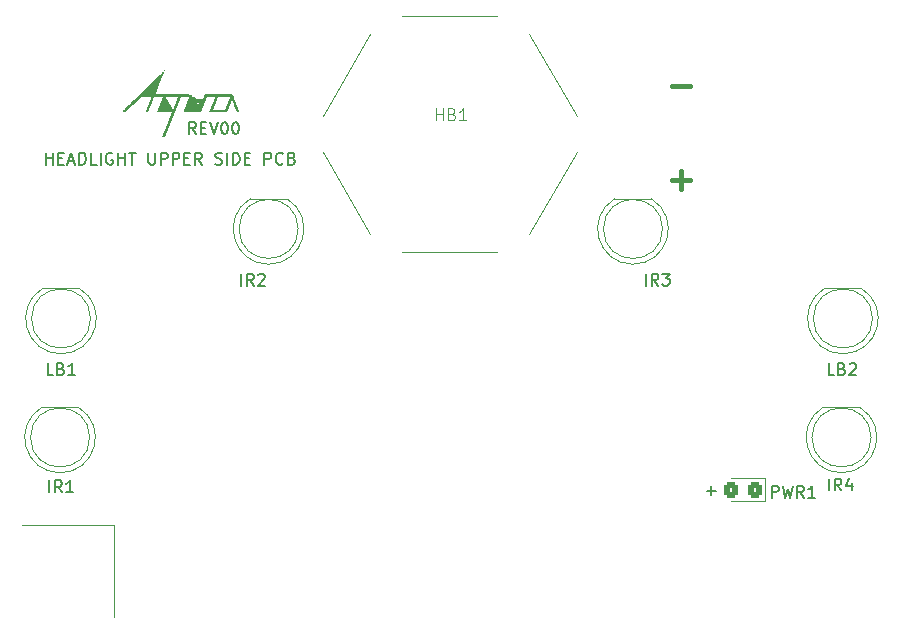
<source format=gbr>
%TF.GenerationSoftware,KiCad,Pcbnew,9.0.0*%
%TF.CreationDate,2025-06-18T11:31:42+09:00*%
%TF.ProjectId,headlight_upper_side,68656164-6c69-4676-9874-5f7570706572,00*%
%TF.SameCoordinates,Original*%
%TF.FileFunction,Legend,Top*%
%TF.FilePolarity,Positive*%
%FSLAX46Y46*%
G04 Gerber Fmt 4.6, Leading zero omitted, Abs format (unit mm)*
G04 Created by KiCad (PCBNEW 9.0.0) date 2025-06-18 11:31:42*
%MOMM*%
%LPD*%
G01*
G04 APERTURE LIST*
G04 Aperture macros list*
%AMRoundRect*
0 Rectangle with rounded corners*
0 $1 Rounding radius*
0 $2 $3 $4 $5 $6 $7 $8 $9 X,Y pos of 4 corners*
0 Add a 4 corners polygon primitive as box body*
4,1,4,$2,$3,$4,$5,$6,$7,$8,$9,$2,$3,0*
0 Add four circle primitives for the rounded corners*
1,1,$1+$1,$2,$3*
1,1,$1+$1,$4,$5*
1,1,$1+$1,$6,$7*
1,1,$1+$1,$8,$9*
0 Add four rect primitives between the rounded corners*
20,1,$1+$1,$2,$3,$4,$5,0*
20,1,$1+$1,$4,$5,$6,$7,0*
20,1,$1+$1,$6,$7,$8,$9,0*
20,1,$1+$1,$8,$9,$2,$3,0*%
G04 Aperture macros list end*
%ADD10C,0.100000*%
%ADD11C,0.150000*%
%ADD12C,0.187500*%
%ADD13C,0.400000*%
%ADD14C,0.120000*%
%ADD15C,0.000000*%
%ADD16R,1.800000X1.800000*%
%ADD17C,1.800000*%
%ADD18C,3.200000*%
%ADD19RoundRect,0.250000X0.325000X0.450000X-0.325000X0.450000X-0.325000X-0.450000X0.325000X-0.450000X0*%
%ADD20C,1.700000*%
%ADD21C,1.600000*%
%ADD22O,1.600000X1.600000*%
%ADD23R,1.700000X1.700000*%
%ADD24O,1.700000X1.700000*%
G04 APERTURE END LIST*
D10*
X33249999Y-67999999D02*
X25449999Y-67999999D01*
X33249999Y-75799999D02*
X33249999Y-67999999D01*
D11*
X27486778Y-37469818D02*
X27486778Y-36469818D01*
X27486778Y-36946008D02*
X28058206Y-36946008D01*
X28058206Y-37469818D02*
X28058206Y-36469818D01*
X28534397Y-36946008D02*
X28867730Y-36946008D01*
X29010587Y-37469818D02*
X28534397Y-37469818D01*
X28534397Y-37469818D02*
X28534397Y-36469818D01*
X28534397Y-36469818D02*
X29010587Y-36469818D01*
X29391540Y-37184103D02*
X29867730Y-37184103D01*
X29296302Y-37469818D02*
X29629635Y-36469818D01*
X29629635Y-36469818D02*
X29962968Y-37469818D01*
X30296302Y-37469818D02*
X30296302Y-36469818D01*
X30296302Y-36469818D02*
X30534397Y-36469818D01*
X30534397Y-36469818D02*
X30677254Y-36517437D01*
X30677254Y-36517437D02*
X30772492Y-36612675D01*
X30772492Y-36612675D02*
X30820111Y-36707913D01*
X30820111Y-36707913D02*
X30867730Y-36898389D01*
X30867730Y-36898389D02*
X30867730Y-37041246D01*
X30867730Y-37041246D02*
X30820111Y-37231722D01*
X30820111Y-37231722D02*
X30772492Y-37326960D01*
X30772492Y-37326960D02*
X30677254Y-37422199D01*
X30677254Y-37422199D02*
X30534397Y-37469818D01*
X30534397Y-37469818D02*
X30296302Y-37469818D01*
X31772492Y-37469818D02*
X31296302Y-37469818D01*
X31296302Y-37469818D02*
X31296302Y-36469818D01*
X32105826Y-37469818D02*
X32105826Y-36469818D01*
X33105825Y-36517437D02*
X33010587Y-36469818D01*
X33010587Y-36469818D02*
X32867730Y-36469818D01*
X32867730Y-36469818D02*
X32724873Y-36517437D01*
X32724873Y-36517437D02*
X32629635Y-36612675D01*
X32629635Y-36612675D02*
X32582016Y-36707913D01*
X32582016Y-36707913D02*
X32534397Y-36898389D01*
X32534397Y-36898389D02*
X32534397Y-37041246D01*
X32534397Y-37041246D02*
X32582016Y-37231722D01*
X32582016Y-37231722D02*
X32629635Y-37326960D01*
X32629635Y-37326960D02*
X32724873Y-37422199D01*
X32724873Y-37422199D02*
X32867730Y-37469818D01*
X32867730Y-37469818D02*
X32962968Y-37469818D01*
X32962968Y-37469818D02*
X33105825Y-37422199D01*
X33105825Y-37422199D02*
X33153444Y-37374579D01*
X33153444Y-37374579D02*
X33153444Y-37041246D01*
X33153444Y-37041246D02*
X32962968Y-37041246D01*
X33582016Y-37469818D02*
X33582016Y-36469818D01*
X33582016Y-36946008D02*
X34153444Y-36946008D01*
X34153444Y-37469818D02*
X34153444Y-36469818D01*
X34486778Y-36469818D02*
X35058206Y-36469818D01*
X34772492Y-37469818D02*
X34772492Y-36469818D01*
X36153445Y-36469818D02*
X36153445Y-37279341D01*
X36153445Y-37279341D02*
X36201064Y-37374579D01*
X36201064Y-37374579D02*
X36248683Y-37422199D01*
X36248683Y-37422199D02*
X36343921Y-37469818D01*
X36343921Y-37469818D02*
X36534397Y-37469818D01*
X36534397Y-37469818D02*
X36629635Y-37422199D01*
X36629635Y-37422199D02*
X36677254Y-37374579D01*
X36677254Y-37374579D02*
X36724873Y-37279341D01*
X36724873Y-37279341D02*
X36724873Y-36469818D01*
X37201064Y-37469818D02*
X37201064Y-36469818D01*
X37201064Y-36469818D02*
X37582016Y-36469818D01*
X37582016Y-36469818D02*
X37677254Y-36517437D01*
X37677254Y-36517437D02*
X37724873Y-36565056D01*
X37724873Y-36565056D02*
X37772492Y-36660294D01*
X37772492Y-36660294D02*
X37772492Y-36803151D01*
X37772492Y-36803151D02*
X37724873Y-36898389D01*
X37724873Y-36898389D02*
X37677254Y-36946008D01*
X37677254Y-36946008D02*
X37582016Y-36993627D01*
X37582016Y-36993627D02*
X37201064Y-36993627D01*
X38201064Y-37469818D02*
X38201064Y-36469818D01*
X38201064Y-36469818D02*
X38582016Y-36469818D01*
X38582016Y-36469818D02*
X38677254Y-36517437D01*
X38677254Y-36517437D02*
X38724873Y-36565056D01*
X38724873Y-36565056D02*
X38772492Y-36660294D01*
X38772492Y-36660294D02*
X38772492Y-36803151D01*
X38772492Y-36803151D02*
X38724873Y-36898389D01*
X38724873Y-36898389D02*
X38677254Y-36946008D01*
X38677254Y-36946008D02*
X38582016Y-36993627D01*
X38582016Y-36993627D02*
X38201064Y-36993627D01*
X39201064Y-36946008D02*
X39534397Y-36946008D01*
X39677254Y-37469818D02*
X39201064Y-37469818D01*
X39201064Y-37469818D02*
X39201064Y-36469818D01*
X39201064Y-36469818D02*
X39677254Y-36469818D01*
X40677254Y-37469818D02*
X40343921Y-36993627D01*
X40105826Y-37469818D02*
X40105826Y-36469818D01*
X40105826Y-36469818D02*
X40486778Y-36469818D01*
X40486778Y-36469818D02*
X40582016Y-36517437D01*
X40582016Y-36517437D02*
X40629635Y-36565056D01*
X40629635Y-36565056D02*
X40677254Y-36660294D01*
X40677254Y-36660294D02*
X40677254Y-36803151D01*
X40677254Y-36803151D02*
X40629635Y-36898389D01*
X40629635Y-36898389D02*
X40582016Y-36946008D01*
X40582016Y-36946008D02*
X40486778Y-36993627D01*
X40486778Y-36993627D02*
X40105826Y-36993627D01*
X41820112Y-37422199D02*
X41962969Y-37469818D01*
X41962969Y-37469818D02*
X42201064Y-37469818D01*
X42201064Y-37469818D02*
X42296302Y-37422199D01*
X42296302Y-37422199D02*
X42343921Y-37374579D01*
X42343921Y-37374579D02*
X42391540Y-37279341D01*
X42391540Y-37279341D02*
X42391540Y-37184103D01*
X42391540Y-37184103D02*
X42343921Y-37088865D01*
X42343921Y-37088865D02*
X42296302Y-37041246D01*
X42296302Y-37041246D02*
X42201064Y-36993627D01*
X42201064Y-36993627D02*
X42010588Y-36946008D01*
X42010588Y-36946008D02*
X41915350Y-36898389D01*
X41915350Y-36898389D02*
X41867731Y-36850770D01*
X41867731Y-36850770D02*
X41820112Y-36755532D01*
X41820112Y-36755532D02*
X41820112Y-36660294D01*
X41820112Y-36660294D02*
X41867731Y-36565056D01*
X41867731Y-36565056D02*
X41915350Y-36517437D01*
X41915350Y-36517437D02*
X42010588Y-36469818D01*
X42010588Y-36469818D02*
X42248683Y-36469818D01*
X42248683Y-36469818D02*
X42391540Y-36517437D01*
X42820112Y-37469818D02*
X42820112Y-36469818D01*
X43296302Y-37469818D02*
X43296302Y-36469818D01*
X43296302Y-36469818D02*
X43534397Y-36469818D01*
X43534397Y-36469818D02*
X43677254Y-36517437D01*
X43677254Y-36517437D02*
X43772492Y-36612675D01*
X43772492Y-36612675D02*
X43820111Y-36707913D01*
X43820111Y-36707913D02*
X43867730Y-36898389D01*
X43867730Y-36898389D02*
X43867730Y-37041246D01*
X43867730Y-37041246D02*
X43820111Y-37231722D01*
X43820111Y-37231722D02*
X43772492Y-37326960D01*
X43772492Y-37326960D02*
X43677254Y-37422199D01*
X43677254Y-37422199D02*
X43534397Y-37469818D01*
X43534397Y-37469818D02*
X43296302Y-37469818D01*
X44296302Y-36946008D02*
X44629635Y-36946008D01*
X44772492Y-37469818D02*
X44296302Y-37469818D01*
X44296302Y-37469818D02*
X44296302Y-36469818D01*
X44296302Y-36469818D02*
X44772492Y-36469818D01*
X45962969Y-37469818D02*
X45962969Y-36469818D01*
X45962969Y-36469818D02*
X46343921Y-36469818D01*
X46343921Y-36469818D02*
X46439159Y-36517437D01*
X46439159Y-36517437D02*
X46486778Y-36565056D01*
X46486778Y-36565056D02*
X46534397Y-36660294D01*
X46534397Y-36660294D02*
X46534397Y-36803151D01*
X46534397Y-36803151D02*
X46486778Y-36898389D01*
X46486778Y-36898389D02*
X46439159Y-36946008D01*
X46439159Y-36946008D02*
X46343921Y-36993627D01*
X46343921Y-36993627D02*
X45962969Y-36993627D01*
X47534397Y-37374579D02*
X47486778Y-37422199D01*
X47486778Y-37422199D02*
X47343921Y-37469818D01*
X47343921Y-37469818D02*
X47248683Y-37469818D01*
X47248683Y-37469818D02*
X47105826Y-37422199D01*
X47105826Y-37422199D02*
X47010588Y-37326960D01*
X47010588Y-37326960D02*
X46962969Y-37231722D01*
X46962969Y-37231722D02*
X46915350Y-37041246D01*
X46915350Y-37041246D02*
X46915350Y-36898389D01*
X46915350Y-36898389D02*
X46962969Y-36707913D01*
X46962969Y-36707913D02*
X47010588Y-36612675D01*
X47010588Y-36612675D02*
X47105826Y-36517437D01*
X47105826Y-36517437D02*
X47248683Y-36469818D01*
X47248683Y-36469818D02*
X47343921Y-36469818D01*
X47343921Y-36469818D02*
X47486778Y-36517437D01*
X47486778Y-36517437D02*
X47534397Y-36565056D01*
X48296302Y-36946008D02*
X48439159Y-36993627D01*
X48439159Y-36993627D02*
X48486778Y-37041246D01*
X48486778Y-37041246D02*
X48534397Y-37136484D01*
X48534397Y-37136484D02*
X48534397Y-37279341D01*
X48534397Y-37279341D02*
X48486778Y-37374579D01*
X48486778Y-37374579D02*
X48439159Y-37422199D01*
X48439159Y-37422199D02*
X48343921Y-37469818D01*
X48343921Y-37469818D02*
X47962969Y-37469818D01*
X47962969Y-37469818D02*
X47962969Y-36469818D01*
X47962969Y-36469818D02*
X48296302Y-36469818D01*
X48296302Y-36469818D02*
X48391540Y-36517437D01*
X48391540Y-36517437D02*
X48439159Y-36565056D01*
X48439159Y-36565056D02*
X48486778Y-36660294D01*
X48486778Y-36660294D02*
X48486778Y-36755532D01*
X48486778Y-36755532D02*
X48439159Y-36850770D01*
X48439159Y-36850770D02*
X48391540Y-36898389D01*
X48391540Y-36898389D02*
X48296302Y-36946008D01*
X48296302Y-36946008D02*
X47962969Y-36946008D01*
X40158206Y-34869818D02*
X39824873Y-34393627D01*
X39586778Y-34869818D02*
X39586778Y-33869818D01*
X39586778Y-33869818D02*
X39967730Y-33869818D01*
X39967730Y-33869818D02*
X40062968Y-33917437D01*
X40062968Y-33917437D02*
X40110587Y-33965056D01*
X40110587Y-33965056D02*
X40158206Y-34060294D01*
X40158206Y-34060294D02*
X40158206Y-34203151D01*
X40158206Y-34203151D02*
X40110587Y-34298389D01*
X40110587Y-34298389D02*
X40062968Y-34346008D01*
X40062968Y-34346008D02*
X39967730Y-34393627D01*
X39967730Y-34393627D02*
X39586778Y-34393627D01*
X40586778Y-34346008D02*
X40920111Y-34346008D01*
X41062968Y-34869818D02*
X40586778Y-34869818D01*
X40586778Y-34869818D02*
X40586778Y-33869818D01*
X40586778Y-33869818D02*
X41062968Y-33869818D01*
X41348683Y-33869818D02*
X41682016Y-34869818D01*
X41682016Y-34869818D02*
X42015349Y-33869818D01*
X42539159Y-33869818D02*
X42634397Y-33869818D01*
X42634397Y-33869818D02*
X42729635Y-33917437D01*
X42729635Y-33917437D02*
X42777254Y-33965056D01*
X42777254Y-33965056D02*
X42824873Y-34060294D01*
X42824873Y-34060294D02*
X42872492Y-34250770D01*
X42872492Y-34250770D02*
X42872492Y-34488865D01*
X42872492Y-34488865D02*
X42824873Y-34679341D01*
X42824873Y-34679341D02*
X42777254Y-34774579D01*
X42777254Y-34774579D02*
X42729635Y-34822199D01*
X42729635Y-34822199D02*
X42634397Y-34869818D01*
X42634397Y-34869818D02*
X42539159Y-34869818D01*
X42539159Y-34869818D02*
X42443921Y-34822199D01*
X42443921Y-34822199D02*
X42396302Y-34774579D01*
X42396302Y-34774579D02*
X42348683Y-34679341D01*
X42348683Y-34679341D02*
X42301064Y-34488865D01*
X42301064Y-34488865D02*
X42301064Y-34250770D01*
X42301064Y-34250770D02*
X42348683Y-34060294D01*
X42348683Y-34060294D02*
X42396302Y-33965056D01*
X42396302Y-33965056D02*
X42443921Y-33917437D01*
X42443921Y-33917437D02*
X42539159Y-33869818D01*
X43491540Y-33869818D02*
X43586778Y-33869818D01*
X43586778Y-33869818D02*
X43682016Y-33917437D01*
X43682016Y-33917437D02*
X43729635Y-33965056D01*
X43729635Y-33965056D02*
X43777254Y-34060294D01*
X43777254Y-34060294D02*
X43824873Y-34250770D01*
X43824873Y-34250770D02*
X43824873Y-34488865D01*
X43824873Y-34488865D02*
X43777254Y-34679341D01*
X43777254Y-34679341D02*
X43729635Y-34774579D01*
X43729635Y-34774579D02*
X43682016Y-34822199D01*
X43682016Y-34822199D02*
X43586778Y-34869818D01*
X43586778Y-34869818D02*
X43491540Y-34869818D01*
X43491540Y-34869818D02*
X43396302Y-34822199D01*
X43396302Y-34822199D02*
X43348683Y-34774579D01*
X43348683Y-34774579D02*
X43301064Y-34679341D01*
X43301064Y-34679341D02*
X43253445Y-34488865D01*
X43253445Y-34488865D02*
X43253445Y-34250770D01*
X43253445Y-34250770D02*
X43301064Y-34060294D01*
X43301064Y-34060294D02*
X43348683Y-33965056D01*
X43348683Y-33965056D02*
X43396302Y-33917437D01*
X43396302Y-33917437D02*
X43491540Y-33869818D01*
D12*
X84188548Y-65086915D02*
X83426644Y-65086915D01*
X83807596Y-65467868D02*
X83807596Y-64705963D01*
D11*
X93773809Y-65054818D02*
X93773809Y-64054818D01*
X94821427Y-65054818D02*
X94488094Y-64578627D01*
X94249999Y-65054818D02*
X94249999Y-64054818D01*
X94249999Y-64054818D02*
X94630951Y-64054818D01*
X94630951Y-64054818D02*
X94726189Y-64102437D01*
X94726189Y-64102437D02*
X94773808Y-64150056D01*
X94773808Y-64150056D02*
X94821427Y-64245294D01*
X94821427Y-64245294D02*
X94821427Y-64388151D01*
X94821427Y-64388151D02*
X94773808Y-64483389D01*
X94773808Y-64483389D02*
X94726189Y-64531008D01*
X94726189Y-64531008D02*
X94630951Y-64578627D01*
X94630951Y-64578627D02*
X94249999Y-64578627D01*
X95678570Y-64388151D02*
X95678570Y-65054818D01*
X95440475Y-64007199D02*
X95202380Y-64721484D01*
X95202380Y-64721484D02*
X95821427Y-64721484D01*
X28083332Y-55264216D02*
X27607142Y-55264216D01*
X27607142Y-55264216D02*
X27607142Y-54264216D01*
X28749999Y-54740406D02*
X28892856Y-54788025D01*
X28892856Y-54788025D02*
X28940475Y-54835644D01*
X28940475Y-54835644D02*
X28988094Y-54930882D01*
X28988094Y-54930882D02*
X28988094Y-55073739D01*
X28988094Y-55073739D02*
X28940475Y-55168977D01*
X28940475Y-55168977D02*
X28892856Y-55216597D01*
X28892856Y-55216597D02*
X28797618Y-55264216D01*
X28797618Y-55264216D02*
X28416666Y-55264216D01*
X28416666Y-55264216D02*
X28416666Y-54264216D01*
X28416666Y-54264216D02*
X28749999Y-54264216D01*
X28749999Y-54264216D02*
X28845237Y-54311835D01*
X28845237Y-54311835D02*
X28892856Y-54359454D01*
X28892856Y-54359454D02*
X28940475Y-54454692D01*
X28940475Y-54454692D02*
X28940475Y-54549930D01*
X28940475Y-54549930D02*
X28892856Y-54645168D01*
X28892856Y-54645168D02*
X28845237Y-54692787D01*
X28845237Y-54692787D02*
X28749999Y-54740406D01*
X28749999Y-54740406D02*
X28416666Y-54740406D01*
X29940475Y-55264216D02*
X29369047Y-55264216D01*
X29654761Y-55264216D02*
X29654761Y-54264216D01*
X29654761Y-54264216D02*
X29559523Y-54407073D01*
X29559523Y-54407073D02*
X29464285Y-54502311D01*
X29464285Y-54502311D02*
X29369047Y-54549930D01*
X27773809Y-65204818D02*
X27773809Y-64204818D01*
X28821427Y-65204818D02*
X28488094Y-64728627D01*
X28249999Y-65204818D02*
X28249999Y-64204818D01*
X28249999Y-64204818D02*
X28630951Y-64204818D01*
X28630951Y-64204818D02*
X28726189Y-64252437D01*
X28726189Y-64252437D02*
X28773808Y-64300056D01*
X28773808Y-64300056D02*
X28821427Y-64395294D01*
X28821427Y-64395294D02*
X28821427Y-64538151D01*
X28821427Y-64538151D02*
X28773808Y-64633389D01*
X28773808Y-64633389D02*
X28726189Y-64681008D01*
X28726189Y-64681008D02*
X28630951Y-64728627D01*
X28630951Y-64728627D02*
X28249999Y-64728627D01*
X29773808Y-65204818D02*
X29202380Y-65204818D01*
X29488094Y-65204818D02*
X29488094Y-64204818D01*
X29488094Y-64204818D02*
X29392856Y-64347675D01*
X29392856Y-64347675D02*
X29297618Y-64442913D01*
X29297618Y-64442913D02*
X29202380Y-64490532D01*
X94223934Y-55264216D02*
X93747744Y-55264216D01*
X93747744Y-55264216D02*
X93747744Y-54264216D01*
X94890601Y-54740406D02*
X95033458Y-54788025D01*
X95033458Y-54788025D02*
X95081077Y-54835644D01*
X95081077Y-54835644D02*
X95128696Y-54930882D01*
X95128696Y-54930882D02*
X95128696Y-55073739D01*
X95128696Y-55073739D02*
X95081077Y-55168977D01*
X95081077Y-55168977D02*
X95033458Y-55216597D01*
X95033458Y-55216597D02*
X94938220Y-55264216D01*
X94938220Y-55264216D02*
X94557268Y-55264216D01*
X94557268Y-55264216D02*
X94557268Y-54264216D01*
X94557268Y-54264216D02*
X94890601Y-54264216D01*
X94890601Y-54264216D02*
X94985839Y-54311835D01*
X94985839Y-54311835D02*
X95033458Y-54359454D01*
X95033458Y-54359454D02*
X95081077Y-54454692D01*
X95081077Y-54454692D02*
X95081077Y-54549930D01*
X95081077Y-54549930D02*
X95033458Y-54645168D01*
X95033458Y-54645168D02*
X94985839Y-54692787D01*
X94985839Y-54692787D02*
X94890601Y-54740406D01*
X94890601Y-54740406D02*
X94557268Y-54740406D01*
X95509649Y-54359454D02*
X95557268Y-54311835D01*
X95557268Y-54311835D02*
X95652506Y-54264216D01*
X95652506Y-54264216D02*
X95890601Y-54264216D01*
X95890601Y-54264216D02*
X95985839Y-54311835D01*
X95985839Y-54311835D02*
X96033458Y-54359454D01*
X96033458Y-54359454D02*
X96081077Y-54454692D01*
X96081077Y-54454692D02*
X96081077Y-54549930D01*
X96081077Y-54549930D02*
X96033458Y-54692787D01*
X96033458Y-54692787D02*
X95462030Y-55264216D01*
X95462030Y-55264216D02*
X96081077Y-55264216D01*
X88940475Y-65654818D02*
X88940475Y-64654818D01*
X88940475Y-64654818D02*
X89321427Y-64654818D01*
X89321427Y-64654818D02*
X89416665Y-64702437D01*
X89416665Y-64702437D02*
X89464284Y-64750056D01*
X89464284Y-64750056D02*
X89511903Y-64845294D01*
X89511903Y-64845294D02*
X89511903Y-64988151D01*
X89511903Y-64988151D02*
X89464284Y-65083389D01*
X89464284Y-65083389D02*
X89416665Y-65131008D01*
X89416665Y-65131008D02*
X89321427Y-65178627D01*
X89321427Y-65178627D02*
X88940475Y-65178627D01*
X89845237Y-64654818D02*
X90083332Y-65654818D01*
X90083332Y-65654818D02*
X90273808Y-64940532D01*
X90273808Y-64940532D02*
X90464284Y-65654818D01*
X90464284Y-65654818D02*
X90702380Y-64654818D01*
X91654760Y-65654818D02*
X91321427Y-65178627D01*
X91083332Y-65654818D02*
X91083332Y-64654818D01*
X91083332Y-64654818D02*
X91464284Y-64654818D01*
X91464284Y-64654818D02*
X91559522Y-64702437D01*
X91559522Y-64702437D02*
X91607141Y-64750056D01*
X91607141Y-64750056D02*
X91654760Y-64845294D01*
X91654760Y-64845294D02*
X91654760Y-64988151D01*
X91654760Y-64988151D02*
X91607141Y-65083389D01*
X91607141Y-65083389D02*
X91559522Y-65131008D01*
X91559522Y-65131008D02*
X91464284Y-65178627D01*
X91464284Y-65178627D02*
X91083332Y-65178627D01*
X92607141Y-65654818D02*
X92035713Y-65654818D01*
X92321427Y-65654818D02*
X92321427Y-64654818D01*
X92321427Y-64654818D02*
X92226189Y-64797675D01*
X92226189Y-64797675D02*
X92130951Y-64892913D01*
X92130951Y-64892913D02*
X92035713Y-64940532D01*
X78273809Y-47704818D02*
X78273809Y-46704818D01*
X79321427Y-47704818D02*
X78988094Y-47228627D01*
X78749999Y-47704818D02*
X78749999Y-46704818D01*
X78749999Y-46704818D02*
X79130951Y-46704818D01*
X79130951Y-46704818D02*
X79226189Y-46752437D01*
X79226189Y-46752437D02*
X79273808Y-46800056D01*
X79273808Y-46800056D02*
X79321427Y-46895294D01*
X79321427Y-46895294D02*
X79321427Y-47038151D01*
X79321427Y-47038151D02*
X79273808Y-47133389D01*
X79273808Y-47133389D02*
X79226189Y-47181008D01*
X79226189Y-47181008D02*
X79130951Y-47228627D01*
X79130951Y-47228627D02*
X78749999Y-47228627D01*
X79654761Y-46704818D02*
X80273808Y-46704818D01*
X80273808Y-46704818D02*
X79940475Y-47085770D01*
X79940475Y-47085770D02*
X80083332Y-47085770D01*
X80083332Y-47085770D02*
X80178570Y-47133389D01*
X80178570Y-47133389D02*
X80226189Y-47181008D01*
X80226189Y-47181008D02*
X80273808Y-47276246D01*
X80273808Y-47276246D02*
X80273808Y-47514341D01*
X80273808Y-47514341D02*
X80226189Y-47609579D01*
X80226189Y-47609579D02*
X80178570Y-47657199D01*
X80178570Y-47657199D02*
X80083332Y-47704818D01*
X80083332Y-47704818D02*
X79797618Y-47704818D01*
X79797618Y-47704818D02*
X79702380Y-47657199D01*
X79702380Y-47657199D02*
X79654761Y-47609579D01*
D10*
X60488094Y-33707418D02*
X60488094Y-32707418D01*
X60488094Y-33183608D02*
X61059522Y-33183608D01*
X61059522Y-33707418D02*
X61059522Y-32707418D01*
X61869046Y-33183608D02*
X62011903Y-33231227D01*
X62011903Y-33231227D02*
X62059522Y-33278846D01*
X62059522Y-33278846D02*
X62107141Y-33374084D01*
X62107141Y-33374084D02*
X62107141Y-33516941D01*
X62107141Y-33516941D02*
X62059522Y-33612179D01*
X62059522Y-33612179D02*
X62011903Y-33659799D01*
X62011903Y-33659799D02*
X61916665Y-33707418D01*
X61916665Y-33707418D02*
X61535713Y-33707418D01*
X61535713Y-33707418D02*
X61535713Y-32707418D01*
X61535713Y-32707418D02*
X61869046Y-32707418D01*
X61869046Y-32707418D02*
X61964284Y-32755037D01*
X61964284Y-32755037D02*
X62011903Y-32802656D01*
X62011903Y-32802656D02*
X62059522Y-32897894D01*
X62059522Y-32897894D02*
X62059522Y-32993132D01*
X62059522Y-32993132D02*
X62011903Y-33088370D01*
X62011903Y-33088370D02*
X61964284Y-33135989D01*
X61964284Y-33135989D02*
X61869046Y-33183608D01*
X61869046Y-33183608D02*
X61535713Y-33183608D01*
X63059522Y-33707418D02*
X62488094Y-33707418D01*
X62773808Y-33707418D02*
X62773808Y-32707418D01*
X62773808Y-32707418D02*
X62678570Y-32850275D01*
X62678570Y-32850275D02*
X62583332Y-32945513D01*
X62583332Y-32945513D02*
X62488094Y-32993132D01*
D13*
X82010651Y-30835224D02*
X80486842Y-30835224D01*
X81277465Y-38047105D02*
X81277465Y-39570915D01*
X80515560Y-38809010D02*
X82039370Y-38809010D01*
D11*
X44023809Y-47704818D02*
X44023809Y-46704818D01*
X45071427Y-47704818D02*
X44738094Y-47228627D01*
X44499999Y-47704818D02*
X44499999Y-46704818D01*
X44499999Y-46704818D02*
X44880951Y-46704818D01*
X44880951Y-46704818D02*
X44976189Y-46752437D01*
X44976189Y-46752437D02*
X45023808Y-46800056D01*
X45023808Y-46800056D02*
X45071427Y-46895294D01*
X45071427Y-46895294D02*
X45071427Y-47038151D01*
X45071427Y-47038151D02*
X45023808Y-47133389D01*
X45023808Y-47133389D02*
X44976189Y-47181008D01*
X44976189Y-47181008D02*
X44880951Y-47228627D01*
X44880951Y-47228627D02*
X44499999Y-47228627D01*
X45452380Y-46800056D02*
X45499999Y-46752437D01*
X45499999Y-46752437D02*
X45595237Y-46704818D01*
X45595237Y-46704818D02*
X45833332Y-46704818D01*
X45833332Y-46704818D02*
X45928570Y-46752437D01*
X45928570Y-46752437D02*
X45976189Y-46800056D01*
X45976189Y-46800056D02*
X46023808Y-46895294D01*
X46023808Y-46895294D02*
X46023808Y-46990532D01*
X46023808Y-46990532D02*
X45976189Y-47133389D01*
X45976189Y-47133389D02*
X45404761Y-47704818D01*
X45404761Y-47704818D02*
X46023808Y-47704818D01*
D14*
%TO.C,IR4*%
X96375233Y-58009432D02*
X93285233Y-58009432D01*
X94830185Y-63559432D02*
G75*
G02*
X93285403Y-58009432I48J2990000D01*
G01*
X96375063Y-58009432D02*
G75*
G02*
X94830281Y-63559432I-1544830J-2560000D01*
G01*
X97330233Y-60569432D02*
G75*
G02*
X92330233Y-60569432I-2500000J0D01*
G01*
X92330233Y-60569432D02*
G75*
G02*
X97330233Y-60569432I2500000J0D01*
G01*
%TO.C,LB1*%
X30294999Y-47934999D02*
X27204999Y-47934999D01*
X28749951Y-53484999D02*
G75*
G02*
X27205169Y-47934999I48J2990000D01*
G01*
X30294829Y-47934999D02*
G75*
G02*
X28750047Y-53484999I-1544830J-2560000D01*
G01*
X31249999Y-50494999D02*
G75*
G02*
X26249999Y-50494999I-2500000J0D01*
G01*
X26249999Y-50494999D02*
G75*
G02*
X31249999Y-50494999I2500000J0D01*
G01*
%TO.C,IR1*%
X30214765Y-58009432D02*
X27124765Y-58009432D01*
X28669717Y-63559432D02*
G75*
G02*
X27124935Y-58009432I48J2990000D01*
G01*
X30214595Y-58009432D02*
G75*
G02*
X28669813Y-63559432I-1544830J-2560000D01*
G01*
X31169765Y-60569432D02*
G75*
G02*
X26169765Y-60569432I-2500000J0D01*
G01*
X26169765Y-60569432D02*
G75*
G02*
X31169765Y-60569432I2500000J0D01*
G01*
%TO.C,LB2*%
X96494999Y-47934999D02*
X93404999Y-47934999D01*
X94949951Y-53484999D02*
G75*
G02*
X93405169Y-47934999I48J2990000D01*
G01*
X96494829Y-47934999D02*
G75*
G02*
X94950047Y-53484999I-1544830J-2560000D01*
G01*
X97449999Y-50494999D02*
G75*
G02*
X92449999Y-50494999I-2500000J0D01*
G01*
X92449999Y-50494999D02*
G75*
G02*
X97449999Y-50494999I2500000J0D01*
G01*
%TO.C,PWR1*%
X85499999Y-65959999D02*
X88359999Y-65959999D01*
X88359999Y-64039999D02*
X85499999Y-64039999D01*
X88359999Y-65959999D02*
X88359999Y-64039999D01*
D15*
%TO.C,G\u002A\u002A\u002A*%
G36*
X37522885Y-29481630D02*
G01*
X37513002Y-29508709D01*
X37496736Y-29552019D01*
X37474549Y-29610360D01*
X37446904Y-29682536D01*
X37414262Y-29767348D01*
X37377085Y-29863599D01*
X37335836Y-29970089D01*
X37290976Y-30085623D01*
X37242968Y-30209001D01*
X37192273Y-30339026D01*
X37139355Y-30474499D01*
X37131211Y-30495325D01*
X37077979Y-30631593D01*
X37026902Y-30762649D01*
X36978444Y-30887291D01*
X36933067Y-31004315D01*
X36891232Y-31112517D01*
X36853404Y-31210695D01*
X36820044Y-31297645D01*
X36791616Y-31372164D01*
X36768580Y-31433048D01*
X36751401Y-31479095D01*
X36740541Y-31509101D01*
X36736462Y-31521863D01*
X36736462Y-31522212D01*
X36746731Y-31523049D01*
X36775939Y-31523859D01*
X36823017Y-31524638D01*
X36886894Y-31525381D01*
X36966503Y-31526083D01*
X37060773Y-31526738D01*
X37168635Y-31527341D01*
X37289021Y-31527888D01*
X37420860Y-31528373D01*
X37563084Y-31528792D01*
X37714623Y-31529139D01*
X37874409Y-31529409D01*
X38041371Y-31529597D01*
X38214441Y-31529698D01*
X38320419Y-31529715D01*
X38496559Y-31529764D01*
X38667186Y-31529909D01*
X38831236Y-31530143D01*
X38987642Y-31530462D01*
X39135339Y-31530860D01*
X39273262Y-31531331D01*
X39400344Y-31531871D01*
X39515520Y-31532474D01*
X39617723Y-31533135D01*
X39705890Y-31533848D01*
X39778953Y-31534608D01*
X39835846Y-31535410D01*
X39875505Y-31536248D01*
X39896864Y-31537116D01*
X39900451Y-31537652D01*
X39896914Y-31549529D01*
X39887279Y-31576018D01*
X39873016Y-31613210D01*
X39855591Y-31657193D01*
X39855434Y-31657585D01*
X39837993Y-31701573D01*
X39823699Y-31738764D01*
X39814018Y-31765261D01*
X39810416Y-31777167D01*
X39810416Y-31777198D01*
X39819722Y-31780393D01*
X39844851Y-31783004D01*
X39881621Y-31784706D01*
X39912956Y-31785184D01*
X40015497Y-31785553D01*
X40140546Y-31847440D01*
X40228713Y-31888235D01*
X40306763Y-31917446D01*
X40379933Y-31936316D01*
X40453462Y-31946087D01*
X40532588Y-31948003D01*
X40560711Y-31947128D01*
X40640187Y-31941302D01*
X40701472Y-31931225D01*
X40730778Y-31922816D01*
X40785800Y-31903374D01*
X40859976Y-31716545D01*
X40934153Y-31529715D01*
X42154056Y-31529715D01*
X42335812Y-31529725D01*
X42498596Y-31529767D01*
X42643441Y-31529855D01*
X42771384Y-31530005D01*
X42883458Y-31530230D01*
X42980699Y-31530546D01*
X43064143Y-31530968D01*
X43134822Y-31531511D01*
X43193774Y-31532189D01*
X43242033Y-31533019D01*
X43280633Y-31534014D01*
X43310609Y-31535189D01*
X43332997Y-31536561D01*
X43348832Y-31538142D01*
X43359148Y-31539949D01*
X43364980Y-31541996D01*
X43367364Y-31544299D01*
X43367334Y-31546872D01*
X43367209Y-31547222D01*
X43360459Y-31568069D01*
X43352256Y-31597614D01*
X43350434Y-31604744D01*
X43348771Y-31612939D01*
X43348169Y-31622160D01*
X43349102Y-31633743D01*
X43352047Y-31649019D01*
X43357477Y-31669321D01*
X43365868Y-31695981D01*
X43377694Y-31730334D01*
X43393432Y-31773711D01*
X43413555Y-31827445D01*
X43438539Y-31892869D01*
X43468859Y-31971316D01*
X43504990Y-32064119D01*
X43547406Y-32172610D01*
X43596583Y-32298122D01*
X43607131Y-32325028D01*
X43650704Y-32436152D01*
X43692206Y-32541976D01*
X43731048Y-32641003D01*
X43766645Y-32731739D01*
X43798408Y-32812687D01*
X43825752Y-32882350D01*
X43848088Y-32939234D01*
X43864830Y-32981842D01*
X43875390Y-33008678D01*
X43879132Y-33018129D01*
X43877368Y-33023687D01*
X43864842Y-33027152D01*
X43838950Y-33028757D01*
X43797088Y-33028733D01*
X43767229Y-33028132D01*
X43650046Y-33025304D01*
X43438403Y-32482624D01*
X43399825Y-32383935D01*
X43363333Y-32291028D01*
X43329581Y-32205539D01*
X43299225Y-32129106D01*
X43272919Y-32063367D01*
X43251318Y-32009958D01*
X43235076Y-31970517D01*
X43224848Y-31946680D01*
X43221360Y-31939910D01*
X43216838Y-31948955D01*
X43205739Y-31975004D01*
X43188724Y-32016406D01*
X43166453Y-32071512D01*
X43139587Y-32138673D01*
X43108787Y-32216238D01*
X43074712Y-32302557D01*
X43038023Y-32395982D01*
X43007486Y-32474083D01*
X42969090Y-32572363D01*
X42932747Y-32665173D01*
X42899128Y-32750820D01*
X42868900Y-32827608D01*
X42842734Y-32893843D01*
X42821298Y-32947830D01*
X42805262Y-32987874D01*
X42795295Y-33012281D01*
X42792170Y-33019362D01*
X42784228Y-33021617D01*
X42762900Y-33023535D01*
X42727440Y-33025125D01*
X42677100Y-33026396D01*
X42611133Y-33027356D01*
X42528790Y-33028013D01*
X42429324Y-33028376D01*
X42311988Y-33028454D01*
X42176034Y-33028254D01*
X42044141Y-33027869D01*
X41302955Y-33025304D01*
X41389558Y-32803506D01*
X41623761Y-32803506D01*
X41625703Y-32806988D01*
X41631676Y-32809831D01*
X41643276Y-32812081D01*
X41662096Y-32813786D01*
X41689730Y-32814993D01*
X41727771Y-32815750D01*
X41777814Y-32816104D01*
X41841452Y-32816101D01*
X41920280Y-32815790D01*
X42015891Y-32815218D01*
X42129880Y-32814431D01*
X42132684Y-32814411D01*
X42646007Y-32810764D01*
X42665258Y-32757971D01*
X42676012Y-32729260D01*
X42693449Y-32683703D01*
X42716886Y-32623052D01*
X42745636Y-32549062D01*
X42779016Y-32463489D01*
X42816340Y-32368085D01*
X42856924Y-32264606D01*
X42900082Y-32154806D01*
X42945132Y-32040440D01*
X42961077Y-32000016D01*
X42987427Y-31933151D01*
X43011198Y-31872651D01*
X43031451Y-31820926D01*
X43047243Y-31780389D01*
X43057631Y-31753450D01*
X43061675Y-31742522D01*
X43061696Y-31742415D01*
X43052004Y-31741909D01*
X43024173Y-31741435D01*
X42980075Y-31741003D01*
X42921578Y-31740622D01*
X42850554Y-31740302D01*
X42768870Y-31740053D01*
X42678399Y-31739883D01*
X42581008Y-31739803D01*
X42548458Y-31739798D01*
X42035221Y-31739798D01*
X41832187Y-32260207D01*
X41794292Y-32357446D01*
X41758524Y-32449436D01*
X41725557Y-32534428D01*
X41696067Y-32610673D01*
X41670728Y-32676419D01*
X41650215Y-32729918D01*
X41635204Y-32769420D01*
X41626368Y-32793174D01*
X41624257Y-32799337D01*
X41623761Y-32803506D01*
X41389558Y-32803506D01*
X41547089Y-32400057D01*
X41588712Y-32293413D01*
X41628265Y-32191990D01*
X41665131Y-32097369D01*
X41698699Y-32011131D01*
X41728352Y-31934856D01*
X41753478Y-31870123D01*
X41773462Y-31818513D01*
X41787690Y-31781606D01*
X41795548Y-31760982D01*
X41796885Y-31757304D01*
X41797369Y-31752711D01*
X41794292Y-31748997D01*
X41785772Y-31746070D01*
X41769930Y-31743837D01*
X41744886Y-31742204D01*
X41708760Y-31741080D01*
X41659670Y-31740370D01*
X41595738Y-31739982D01*
X41515083Y-31739823D01*
X41442802Y-31739798D01*
X41343593Y-31739951D01*
X41262826Y-31740446D01*
X41198937Y-31741337D01*
X41150363Y-31742677D01*
X41115540Y-31744520D01*
X41092904Y-31746920D01*
X41080892Y-31749930D01*
X41078014Y-31752302D01*
X41071574Y-31768562D01*
X41058660Y-31801412D01*
X41040047Y-31848871D01*
X41016507Y-31908959D01*
X40988817Y-31979695D01*
X40957748Y-32059099D01*
X40924077Y-32145189D01*
X40888576Y-32235984D01*
X40852019Y-32329505D01*
X40815182Y-32423769D01*
X40778838Y-32516797D01*
X40743760Y-32606607D01*
X40710724Y-32691220D01*
X40680503Y-32768653D01*
X40653871Y-32836926D01*
X40631603Y-32894059D01*
X40614472Y-32938070D01*
X40603253Y-32966980D01*
X40599098Y-32977785D01*
X40579282Y-33030306D01*
X39833637Y-33030306D01*
X39688786Y-33030244D01*
X39562819Y-33030047D01*
X39454612Y-33029695D01*
X39363041Y-33029170D01*
X39286981Y-33028453D01*
X39225309Y-33027523D01*
X39176900Y-33026364D01*
X39140632Y-33024954D01*
X39115379Y-33023277D01*
X39100018Y-33021312D01*
X39093425Y-33019040D01*
X39093058Y-33017801D01*
X39097260Y-33007108D01*
X39108011Y-32979651D01*
X39124581Y-32937300D01*
X39146238Y-32881925D01*
X39172252Y-32815399D01*
X39201890Y-32739592D01*
X39234421Y-32656375D01*
X39262727Y-32583960D01*
X39970479Y-32583960D01*
X39974754Y-32608624D01*
X39990166Y-32618392D01*
X40010120Y-32618102D01*
X40028971Y-32611611D01*
X40037196Y-32593967D01*
X40038542Y-32583936D01*
X40037522Y-32560073D01*
X40026489Y-32549017D01*
X40022456Y-32547730D01*
X39995091Y-32548591D01*
X39975962Y-32563942D01*
X39970479Y-32583960D01*
X39262727Y-32583960D01*
X39269115Y-32567618D01*
X39305240Y-32475194D01*
X39342064Y-32380973D01*
X39378010Y-32288997D01*
X40261461Y-32288997D01*
X40276259Y-32319196D01*
X40286952Y-32329304D01*
X40322291Y-32347447D01*
X40356675Y-32345632D01*
X40381533Y-32331319D01*
X40399787Y-32307223D01*
X40404650Y-32276154D01*
X40398288Y-32239779D01*
X40377784Y-32216425D01*
X40343655Y-32204086D01*
X40317765Y-32202796D01*
X40296575Y-32213889D01*
X40286266Y-32223416D01*
X40264788Y-32255752D01*
X40261461Y-32288997D01*
X39378010Y-32288997D01*
X39378858Y-32286827D01*
X39414888Y-32194625D01*
X39446326Y-32114169D01*
X39860436Y-32114169D01*
X39868197Y-32141929D01*
X39890389Y-32156463D01*
X39915408Y-32157913D01*
X39934748Y-32154216D01*
X39943317Y-32144144D01*
X39945438Y-32121518D01*
X39945469Y-32114945D01*
X39944026Y-32088962D01*
X39937012Y-32076735D01*
X39920404Y-32072076D01*
X39917353Y-32071706D01*
X39885548Y-32075174D01*
X39865648Y-32092414D01*
X39860436Y-32114169D01*
X39446326Y-32114169D01*
X39449425Y-32106239D01*
X39481737Y-32023541D01*
X39511092Y-31948401D01*
X39536760Y-31882690D01*
X39558008Y-31828279D01*
X39574107Y-31787040D01*
X39584324Y-31760843D01*
X39587694Y-31752177D01*
X39585319Y-31748789D01*
X39574230Y-31746101D01*
X39552825Y-31744067D01*
X39519500Y-31742642D01*
X39472651Y-31741782D01*
X39410677Y-31741441D01*
X39331972Y-31741576D01*
X39234936Y-31742140D01*
X39230363Y-31742173D01*
X38868159Y-31744800D01*
X38207186Y-33437966D01*
X37546213Y-35131133D01*
X37510355Y-35129298D01*
X37482361Y-35127634D01*
X37442756Y-35124997D01*
X37399880Y-35121944D01*
X37397867Y-35121795D01*
X37321238Y-35116127D01*
X37725481Y-34080719D01*
X37779093Y-33943335D01*
X37830623Y-33811158D01*
X37879608Y-33685385D01*
X37925585Y-33567208D01*
X37968090Y-33457824D01*
X38006661Y-33358426D01*
X38040834Y-33270209D01*
X38070147Y-33194368D01*
X38094137Y-33132097D01*
X38112339Y-33084591D01*
X38124292Y-33053044D01*
X38129532Y-33038652D01*
X38129739Y-33037884D01*
X38120020Y-33036538D01*
X38091989Y-33035190D01*
X38047341Y-33033867D01*
X37987771Y-33032595D01*
X37914975Y-33031403D01*
X37830648Y-33030316D01*
X37736485Y-33029363D01*
X37634182Y-33028571D01*
X37525434Y-33027966D01*
X37505465Y-33027880D01*
X36881176Y-33025304D01*
X37125377Y-32400057D01*
X37167011Y-32293415D01*
X37206571Y-32191994D01*
X37243444Y-32097375D01*
X37277015Y-32011138D01*
X37306671Y-31934863D01*
X37331798Y-31870130D01*
X37351781Y-31818520D01*
X37366005Y-31781611D01*
X37373858Y-31760984D01*
X37375193Y-31757304D01*
X37375485Y-31754450D01*
X37613405Y-31754450D01*
X37614019Y-31757023D01*
X37620184Y-31768675D01*
X37635527Y-31795966D01*
X37659112Y-31837271D01*
X37690000Y-31890968D01*
X37727253Y-31955432D01*
X37769935Y-32029040D01*
X37817107Y-32110168D01*
X37867832Y-32197193D01*
X37901427Y-32254719D01*
X37966119Y-32365412D01*
X38021453Y-32460076D01*
X38068167Y-32539954D01*
X38107003Y-32606289D01*
X38138700Y-32660325D01*
X38163997Y-32703304D01*
X38183634Y-32736471D01*
X38198352Y-32761068D01*
X38208889Y-32778338D01*
X38215986Y-32789526D01*
X38220382Y-32795873D01*
X38222818Y-32798624D01*
X38224032Y-32799022D01*
X38224764Y-32798310D01*
X38224826Y-32798240D01*
X38228886Y-32788611D01*
X38239518Y-32762092D01*
X38256030Y-32720435D01*
X38277733Y-32665395D01*
X38303937Y-32598726D01*
X38333953Y-32522180D01*
X38367089Y-32437511D01*
X38402658Y-32346474D01*
X38414932Y-32315024D01*
X38451828Y-32220464D01*
X38487043Y-32130229D01*
X38519804Y-32046294D01*
X38549342Y-31970633D01*
X38574884Y-31905222D01*
X38595659Y-31852036D01*
X38610897Y-31813050D01*
X38619826Y-31790239D01*
X38620973Y-31787316D01*
X38639663Y-31739798D01*
X38123536Y-31739798D01*
X38008605Y-31739830D01*
X37912107Y-31739963D01*
X37832469Y-31740249D01*
X37768116Y-31740742D01*
X37717474Y-31741494D01*
X37678969Y-31742560D01*
X37651027Y-31743993D01*
X37632074Y-31745844D01*
X37620535Y-31748169D01*
X37614837Y-31751020D01*
X37613405Y-31754450D01*
X37375485Y-31754450D01*
X37375658Y-31752760D01*
X37372603Y-31749079D01*
X37364169Y-31746172D01*
X37348496Y-31743951D01*
X37323724Y-31742328D01*
X37287996Y-31741214D01*
X37239450Y-31740521D01*
X37176227Y-31740161D01*
X37096469Y-31740045D01*
X37012488Y-31740074D01*
X36644169Y-31740351D01*
X36394025Y-32382827D01*
X36143881Y-33025304D01*
X36031383Y-33028132D01*
X35979557Y-33028582D01*
X35942489Y-33027074D01*
X35922186Y-33023735D01*
X35918884Y-33021003D01*
X35922436Y-33010212D01*
X35932690Y-32982357D01*
X35949047Y-32939002D01*
X35970904Y-32881711D01*
X35997660Y-32812047D01*
X36028714Y-32731575D01*
X36063464Y-32641857D01*
X36101310Y-32544457D01*
X36141650Y-32440940D01*
X36160398Y-32392929D01*
X36201791Y-32286911D01*
X36241084Y-32186118D01*
X36277662Y-32092139D01*
X36310908Y-32006564D01*
X36340208Y-31930982D01*
X36364945Y-31866983D01*
X36384503Y-31816155D01*
X36398266Y-31780089D01*
X36405619Y-31760374D01*
X36406661Y-31757304D01*
X36406839Y-31753171D01*
X36403803Y-31749743D01*
X36395870Y-31746955D01*
X36381355Y-31744740D01*
X36358575Y-31743034D01*
X36325845Y-31741771D01*
X36281481Y-31740884D01*
X36223799Y-31740309D01*
X36151115Y-31739980D01*
X36061744Y-31739832D01*
X35957260Y-31739798D01*
X35503109Y-31739798D01*
X34843155Y-32384550D01*
X34183200Y-33029302D01*
X34028195Y-33029804D01*
X33873190Y-33030306D01*
X33983177Y-32921337D01*
X34020224Y-32884755D01*
X34069170Y-32836615D01*
X34129275Y-32777640D01*
X34199798Y-32708549D01*
X34279999Y-32630066D01*
X34369136Y-32542911D01*
X34466469Y-32447804D01*
X34571258Y-32345468D01*
X34682760Y-32236623D01*
X34800237Y-32121992D01*
X34922946Y-32002294D01*
X35050148Y-31878251D01*
X35181101Y-31750585D01*
X35315065Y-31620016D01*
X35451298Y-31487267D01*
X35589061Y-31353057D01*
X35727612Y-31218109D01*
X35866211Y-31083143D01*
X36004117Y-30948881D01*
X36140589Y-30816044D01*
X36274887Y-30685353D01*
X36406269Y-30557530D01*
X36533995Y-30433295D01*
X36657325Y-30313370D01*
X36775517Y-30198477D01*
X36887830Y-30089335D01*
X36993525Y-29986668D01*
X37091859Y-29891194D01*
X37182093Y-29803637D01*
X37263486Y-29724717D01*
X37335297Y-29655156D01*
X37396785Y-29595674D01*
X37447210Y-29546993D01*
X37485830Y-29509834D01*
X37511905Y-29484919D01*
X37524694Y-29472968D01*
X37525923Y-29471978D01*
X37522885Y-29481630D01*
G37*
D14*
%TO.C,IR3*%
X78720566Y-40354765D02*
X75630566Y-40354765D01*
X77175518Y-45904765D02*
G75*
G02*
X75630736Y-40354765I48J2990000D01*
G01*
X78720396Y-40354765D02*
G75*
G02*
X77175614Y-45904765I-1544830J-2560000D01*
G01*
X79675566Y-42914765D02*
G75*
G02*
X74675566Y-42914765I-2500000J0D01*
G01*
X74675566Y-42914765D02*
G75*
G02*
X79675566Y-42914765I2500000J0D01*
G01*
D10*
%TO.C,HB1*%
X50899999Y-33372758D02*
X54899999Y-26372758D01*
X54899999Y-43372758D02*
X50899999Y-36372758D01*
X57649999Y-24872758D02*
X65649999Y-24872758D01*
X65649999Y-44872758D02*
X57649999Y-44872758D01*
X68399999Y-26372758D02*
X72399999Y-33372758D01*
X72399999Y-36372758D02*
X68399999Y-43372758D01*
D14*
%TO.C,IR2*%
X47869432Y-40354765D02*
X44779432Y-40354765D01*
X46324384Y-45904765D02*
G75*
G02*
X44779602Y-40354765I48J2990000D01*
G01*
X47869262Y-40354765D02*
G75*
G02*
X46324480Y-45904765I-1544830J-2560000D01*
G01*
X48824432Y-42914765D02*
G75*
G02*
X43824432Y-42914765I-2500000J0D01*
G01*
X43824432Y-42914765D02*
G75*
G02*
X48824432Y-42914765I2500000J0D01*
G01*
%TD*%
%LPC*%
D16*
%TO.C,IR4*%
X94830233Y-59299432D03*
D17*
X94830233Y-61839432D03*
%TD*%
D18*
%TO.C,H3*%
X71749999Y-52499999D03*
%TD*%
D16*
%TO.C,LB1*%
X28749999Y-49224999D03*
D17*
X28749999Y-51764999D03*
%TD*%
D16*
%TO.C,IR1*%
X28669765Y-59299432D03*
D17*
X28669765Y-61839432D03*
%TD*%
D18*
%TO.C,H1*%
X29249999Y-71999999D03*
%TD*%
D16*
%TO.C,LB2*%
X94949999Y-49224999D03*
D17*
X94949999Y-51764999D03*
%TD*%
D19*
%TO.C,PWR1*%
X87524999Y-64999999D03*
X85474999Y-64999999D03*
%TD*%
D16*
%TO.C,IR3*%
X77175566Y-41644765D03*
D17*
X77175566Y-44184765D03*
%TD*%
D18*
%TO.C,HB1*%
X66399999Y-26645517D03*
X56899999Y-26645517D03*
X71149999Y-34872758D03*
X52149999Y-34872758D03*
X66399999Y-43099999D03*
X56899999Y-43099999D03*
D20*
X78249999Y-30807758D03*
X78249999Y-38807758D03*
%TD*%
D16*
%TO.C,IR2*%
X46324432Y-41644765D03*
D17*
X46324432Y-44184765D03*
%TD*%
D18*
%TO.C,H2*%
X51749999Y-52499999D03*
%TD*%
D21*
%TO.C,R6*%
X90249999Y-45119999D03*
D22*
X90249999Y-55279999D03*
%TD*%
D21*
%TO.C,R9*%
X96079999Y-67749999D03*
D22*
X85919999Y-67749999D03*
%TD*%
D21*
%TO.C,R1*%
X33749999Y-39419999D03*
D22*
X33749999Y-49579999D03*
%TD*%
D23*
%TO.C,J2*%
X96160000Y-72137142D03*
D24*
X96160000Y-74677142D03*
X93620000Y-72137142D03*
X93620000Y-74677142D03*
X91080000Y-72137142D03*
X91080000Y-74677142D03*
%TD*%
D21*
%TO.C,R4*%
X40249999Y-39419999D03*
D22*
X40249999Y-49579999D03*
%TD*%
D23*
%TO.C,M1*%
X86249999Y-59224999D03*
D24*
X86249999Y-61764999D03*
%TD*%
D21*
%TO.C,R5*%
X92499999Y-42249999D03*
D22*
X82339999Y-42249999D03*
%TD*%
D21*
%TO.C,R2*%
X86999999Y-45169999D03*
D22*
X86999999Y-55329999D03*
%TD*%
D21*
%TO.C,R3*%
X36999999Y-39419999D03*
D22*
X36999999Y-49579999D03*
%TD*%
%LPD*%
M02*

</source>
